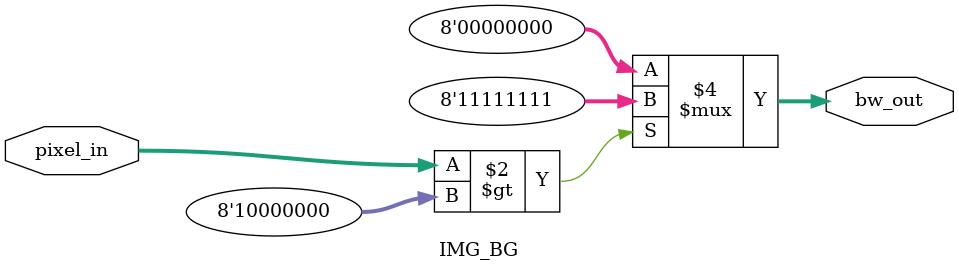
<source format=v>
module IMG_BG #(parameter W=256,
parameter H=256)(input wire [7:0]pixel_in,
output reg [7:0]bw_out);


always @(*)begin
    if(pixel_in>8'd128)
    bw_out=8'hFF;
    else
    bw_out=8'h00;
end
endmodule

</source>
